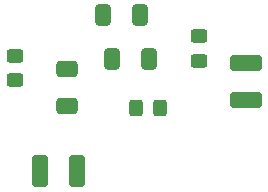
<source format=gbr>
%TF.GenerationSoftware,KiCad,Pcbnew,7.0.11-2.fc39*%
%TF.CreationDate,2024-06-07T09:19:16-04:00*%
%TF.ProjectId,OS-44,4f532d34-342e-46b6-9963-61645f706362,rev?*%
%TF.SameCoordinates,Original*%
%TF.FileFunction,Paste,Bot*%
%TF.FilePolarity,Positive*%
%FSLAX46Y46*%
G04 Gerber Fmt 4.6, Leading zero omitted, Abs format (unit mm)*
G04 Created by KiCad (PCBNEW 7.0.11-2.fc39) date 2024-06-07 09:19:16*
%MOMM*%
%LPD*%
G01*
G04 APERTURE LIST*
G04 Aperture macros list*
%AMRoundRect*
0 Rectangle with rounded corners*
0 $1 Rounding radius*
0 $2 $3 $4 $5 $6 $7 $8 $9 X,Y pos of 4 corners*
0 Add a 4 corners polygon primitive as box body*
4,1,4,$2,$3,$4,$5,$6,$7,$8,$9,$2,$3,0*
0 Add four circle primitives for the rounded corners*
1,1,$1+$1,$2,$3*
1,1,$1+$1,$4,$5*
1,1,$1+$1,$6,$7*
1,1,$1+$1,$8,$9*
0 Add four rect primitives between the rounded corners*
20,1,$1+$1,$2,$3,$4,$5,0*
20,1,$1+$1,$4,$5,$6,$7,0*
20,1,$1+$1,$6,$7,$8,$9,0*
20,1,$1+$1,$8,$9,$2,$3,0*%
G04 Aperture macros list end*
%ADD10RoundRect,0.250000X0.412500X0.650000X-0.412500X0.650000X-0.412500X-0.650000X0.412500X-0.650000X0*%
%ADD11RoundRect,0.250000X-0.450000X0.325000X-0.450000X-0.325000X0.450000X-0.325000X0.450000X0.325000X0*%
%ADD12RoundRect,0.250000X0.450000X-0.325000X0.450000X0.325000X-0.450000X0.325000X-0.450000X-0.325000X0*%
%ADD13RoundRect,0.250000X-0.325000X-0.450000X0.325000X-0.450000X0.325000X0.450000X-0.325000X0.450000X0*%
%ADD14RoundRect,0.250000X-0.650000X0.412500X-0.650000X-0.412500X0.650000X-0.412500X0.650000X0.412500X0*%
%ADD15RoundRect,0.250000X-0.412500X-0.650000X0.412500X-0.650000X0.412500X0.650000X-0.412500X0.650000X0*%
%ADD16RoundRect,0.250000X-0.412500X-1.100000X0.412500X-1.100000X0.412500X1.100000X-0.412500X1.100000X0*%
%ADD17RoundRect,0.250000X-1.100000X0.412500X-1.100000X-0.412500X1.100000X-0.412500X1.100000X0.412500X0*%
G04 APERTURE END LIST*
D10*
%TO.C,C2*%
X144818500Y-82550000D03*
X141693500Y-82550000D03*
%TD*%
D11*
%TO.C,L1*%
X149098000Y-80636000D03*
X149098000Y-82686000D03*
%TD*%
D12*
%TO.C,L3*%
X133477000Y-84337000D03*
X133477000Y-82287000D03*
%TD*%
D13*
%TO.C,L2*%
X143755000Y-86741000D03*
X145805000Y-86741000D03*
%TD*%
D14*
%TO.C,C4*%
X137922000Y-83400500D03*
X137922000Y-86525500D03*
%TD*%
D15*
%TO.C,C3*%
X140931500Y-78867000D03*
X144056500Y-78867000D03*
%TD*%
D16*
%TO.C,C5*%
X135597500Y-92075000D03*
X138722500Y-92075000D03*
%TD*%
D17*
%TO.C,C1*%
X153035000Y-82892500D03*
X153035000Y-86017500D03*
%TD*%
M02*

</source>
